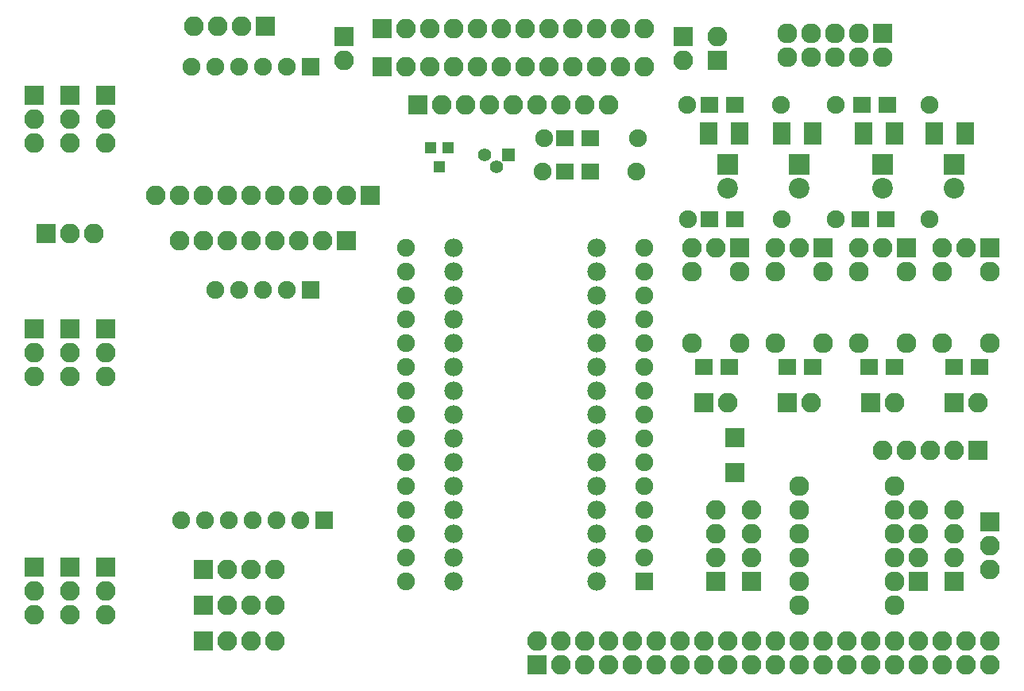
<source format=gbr>
G04 #@! TF.FileFunction,Soldermask,Top*
%FSLAX46Y46*%
G04 Gerber Fmt 4.6, Leading zero omitted, Abs format (unit mm)*
G04 Created by KiCad (PCBNEW 4.0.7+dfsg1-1~bpo8+1) date Thu Sep  6 01:00:45 2018*
%MOMM*%
%LPD*%
G01*
G04 APERTURE LIST*
%ADD10C,0.100000*%
%ADD11C,1.900000*%
%ADD12R,1.900000X1.900000*%
%ADD13R,1.924000X2.432000*%
%ADD14R,2.200000X2.200000*%
%ADD15C,2.200000*%
%ADD16R,2.100000X2.100000*%
%ADD17O,2.100000X2.100000*%
%ADD18R,1.900000X1.700000*%
%ADD19O,1.900000X1.900000*%
%ADD20C,2.127200*%
%ADD21C,1.974800*%
%ADD22R,1.200000X1.300000*%
%ADD23C,1.400000*%
%ADD24R,1.400000X1.400000*%
%ADD25R,2.127200X2.127200*%
G04 APERTURE END LIST*
D10*
D11*
X185420000Y-99060000D03*
D12*
X210820000Y-99060000D03*
D11*
X185420000Y-96520000D03*
X210820000Y-96520000D03*
X185420000Y-93980000D03*
X210820000Y-93980000D03*
X185420000Y-91440000D03*
X210820000Y-91440000D03*
X185420000Y-88900000D03*
X210820000Y-88900000D03*
X185420000Y-86360000D03*
X210820000Y-86360000D03*
X185420000Y-83820000D03*
X210820000Y-83820000D03*
X185420000Y-81280000D03*
X210820000Y-81280000D03*
X185420000Y-78740000D03*
X210820000Y-78740000D03*
X185420000Y-76200000D03*
X210820000Y-76200000D03*
X185420000Y-73660000D03*
X210820000Y-73660000D03*
X185420000Y-71120000D03*
X210820000Y-71120000D03*
X185420000Y-68580000D03*
X210820000Y-68580000D03*
X185420000Y-66040000D03*
X210820000Y-66040000D03*
X185420000Y-63500000D03*
X210820000Y-63500000D03*
D13*
X244983000Y-51308000D03*
X241681000Y-51308000D03*
D14*
X243840000Y-54610000D03*
D15*
X243840000Y-57150000D03*
D13*
X237490000Y-51308000D03*
X234188000Y-51308000D03*
D14*
X236220000Y-54610000D03*
D15*
X236220000Y-57150000D03*
D13*
X228727000Y-51308000D03*
X225425000Y-51308000D03*
D14*
X227330000Y-54610000D03*
D15*
X227330000Y-57150000D03*
D13*
X220980000Y-51308000D03*
X217678000Y-51308000D03*
D14*
X219710000Y-54610000D03*
D15*
X219710000Y-57150000D03*
D16*
X145796000Y-47244000D03*
D17*
X145796000Y-49784000D03*
X145796000Y-52324000D03*
D16*
X145796000Y-72136000D03*
D17*
X145796000Y-74676000D03*
X145796000Y-77216000D03*
D16*
X145796000Y-97536000D03*
D17*
X145796000Y-100076000D03*
X145796000Y-102616000D03*
D16*
X153416000Y-47244000D03*
D17*
X153416000Y-49784000D03*
X153416000Y-52324000D03*
D16*
X153416000Y-72136000D03*
D17*
X153416000Y-74676000D03*
X153416000Y-77216000D03*
D16*
X153416000Y-97536000D03*
D17*
X153416000Y-100076000D03*
X153416000Y-102616000D03*
D16*
X149606000Y-47244000D03*
D17*
X149606000Y-49784000D03*
X149606000Y-52324000D03*
D16*
X149606000Y-72136000D03*
D17*
X149606000Y-74676000D03*
X149606000Y-77216000D03*
D16*
X149606000Y-97536000D03*
D17*
X149606000Y-100076000D03*
X149606000Y-102616000D03*
D16*
X243840000Y-99060000D03*
D17*
X243840000Y-96520000D03*
X243840000Y-93980000D03*
X243840000Y-91440000D03*
D16*
X240030000Y-99060000D03*
D17*
X240030000Y-96520000D03*
X240030000Y-93980000D03*
X240030000Y-91440000D03*
D16*
X247650000Y-92710000D03*
D17*
X247650000Y-95250000D03*
X247650000Y-97790000D03*
D16*
X222250000Y-99060000D03*
D17*
X222250000Y-96520000D03*
X222250000Y-93980000D03*
X222250000Y-91440000D03*
D16*
X218440000Y-99060000D03*
D17*
X218440000Y-96520000D03*
X218440000Y-93980000D03*
X218440000Y-91440000D03*
D16*
X163830000Y-101600000D03*
D17*
X166370000Y-101600000D03*
X168910000Y-101600000D03*
X171450000Y-101600000D03*
D16*
X163830000Y-97790000D03*
D17*
X166370000Y-97790000D03*
X168910000Y-97790000D03*
X171450000Y-97790000D03*
D18*
X236554000Y-60452000D03*
X233854000Y-60452000D03*
D19*
X231220000Y-60452000D03*
X241220000Y-60452000D03*
D18*
X234028000Y-48260000D03*
X236728000Y-48260000D03*
D19*
X241220000Y-48260000D03*
X231220000Y-48260000D03*
D18*
X220472000Y-60452000D03*
X217772000Y-60452000D03*
D19*
X215472000Y-60452000D03*
X225472000Y-60452000D03*
D18*
X217772000Y-48260000D03*
X220472000Y-48260000D03*
D19*
X225392000Y-48260000D03*
X215392000Y-48260000D03*
D16*
X170434000Y-39878000D03*
D17*
X167894000Y-39878000D03*
X165354000Y-39878000D03*
X162814000Y-39878000D03*
D12*
X175260000Y-44196000D03*
D19*
X172720000Y-44196000D03*
X170180000Y-44196000D03*
X167640000Y-44196000D03*
X165100000Y-44196000D03*
X162560000Y-44196000D03*
D16*
X181610000Y-57912000D03*
D17*
X179070000Y-57912000D03*
X176530000Y-57912000D03*
X173990000Y-57912000D03*
X171450000Y-57912000D03*
X168910000Y-57912000D03*
X166370000Y-57912000D03*
X163830000Y-57912000D03*
X161290000Y-57912000D03*
X158750000Y-57912000D03*
D16*
X179070000Y-62738000D03*
D17*
X176530000Y-62738000D03*
X173990000Y-62738000D03*
X171450000Y-62738000D03*
X168910000Y-62738000D03*
X166370000Y-62738000D03*
X163830000Y-62738000D03*
X161290000Y-62738000D03*
D12*
X176657000Y-92514000D03*
X175260000Y-68014000D03*
D11*
X174117000Y-92514000D03*
X172720000Y-68014000D03*
X171577000Y-92514000D03*
X170180000Y-68014000D03*
X169037000Y-92514000D03*
X167640000Y-68014000D03*
X166497000Y-92514000D03*
X165100000Y-68014000D03*
X163957000Y-92514000D03*
X161417000Y-92514000D03*
D20*
X237490000Y-101600000D03*
X237490000Y-99060000D03*
X237490000Y-96520000D03*
X237490000Y-93980000D03*
X237490000Y-91440000D03*
X237490000Y-88900000D03*
X227330000Y-88900000D03*
X227330000Y-91440000D03*
X227330000Y-93980000D03*
X227330000Y-96520000D03*
X227330000Y-99060000D03*
X227330000Y-101600000D03*
D21*
X205740000Y-63500000D03*
X190500000Y-63500000D03*
X205740000Y-66040000D03*
X190500000Y-66040000D03*
X205740000Y-68580000D03*
X190500000Y-68580000D03*
X205740000Y-71120000D03*
X190500000Y-71120000D03*
X205740000Y-73660000D03*
X190500000Y-73660000D03*
X205740000Y-76200000D03*
X190500000Y-76200000D03*
X205740000Y-78740000D03*
X190500000Y-78740000D03*
X205740000Y-81280000D03*
X190500000Y-81280000D03*
X205740000Y-83820000D03*
X190500000Y-83820000D03*
X205740000Y-86360000D03*
X190500000Y-86360000D03*
X205740000Y-88900000D03*
X190500000Y-88900000D03*
X205740000Y-91440000D03*
X190500000Y-91440000D03*
X205740000Y-93980000D03*
X190500000Y-93980000D03*
X205740000Y-96520000D03*
X190500000Y-96520000D03*
X205740000Y-99060000D03*
X190500000Y-99060000D03*
D16*
X246380000Y-85090000D03*
D17*
X243840000Y-85090000D03*
X241300000Y-85090000D03*
X238760000Y-85090000D03*
X236220000Y-85090000D03*
D16*
X243840000Y-80010000D03*
D17*
X246380000Y-80010000D03*
D16*
X234950000Y-80010000D03*
D17*
X237490000Y-80010000D03*
D16*
X226060000Y-80010000D03*
D17*
X228600000Y-80010000D03*
D16*
X217170000Y-80010000D03*
D17*
X219710000Y-80010000D03*
D16*
X147066000Y-61976000D03*
D17*
X149606000Y-61976000D03*
X152146000Y-61976000D03*
D16*
X220500000Y-83750000D03*
X220500000Y-87500000D03*
X182880000Y-40132000D03*
D17*
X185420000Y-40132000D03*
X187960000Y-40132000D03*
X190500000Y-40132000D03*
X193040000Y-40132000D03*
X195580000Y-40132000D03*
X198120000Y-40132000D03*
X200660000Y-40132000D03*
X203200000Y-40132000D03*
X205740000Y-40132000D03*
X208280000Y-40132000D03*
X210820000Y-40132000D03*
D16*
X186690000Y-48260000D03*
D17*
X189230000Y-48260000D03*
X191770000Y-48260000D03*
X194310000Y-48260000D03*
X196850000Y-48260000D03*
X199390000Y-48260000D03*
X201930000Y-48260000D03*
X204470000Y-48260000D03*
X207010000Y-48260000D03*
D16*
X247650000Y-63500000D03*
D17*
X245110000Y-63500000D03*
X242570000Y-63500000D03*
D16*
X238760000Y-63500000D03*
D17*
X236220000Y-63500000D03*
X233680000Y-63500000D03*
D16*
X229844600Y-63500000D03*
D17*
X227304600Y-63500000D03*
X224764600Y-63500000D03*
D16*
X220980000Y-63500000D03*
D17*
X218440000Y-63500000D03*
X215900000Y-63500000D03*
D22*
X189926000Y-52848000D03*
X188026000Y-52848000D03*
X188976000Y-54848000D03*
D23*
X195072000Y-54864000D03*
X193802000Y-53594000D03*
D24*
X196342000Y-53594000D03*
D18*
X246540000Y-76200000D03*
X243840000Y-76200000D03*
X234790000Y-76200000D03*
X237490000Y-76200000D03*
X228760000Y-76200000D03*
X226060000Y-76200000D03*
X219870000Y-76200000D03*
X217170000Y-76200000D03*
X205058000Y-55372000D03*
X202358000Y-55372000D03*
D19*
X199978000Y-55372000D03*
X209978000Y-55372000D03*
D18*
X202358000Y-51816000D03*
X205058000Y-51816000D03*
D19*
X210152000Y-51816000D03*
X200152000Y-51816000D03*
D20*
X247650000Y-66040000D03*
X247650000Y-73660000D03*
X242570000Y-73660000D03*
X242570000Y-66040000D03*
X238760000Y-66040000D03*
X238760000Y-73660000D03*
X233680000Y-73660000D03*
X233680000Y-66040000D03*
X229870000Y-66040000D03*
X229870000Y-73660000D03*
X224790000Y-73660000D03*
X224790000Y-66040000D03*
X220980000Y-66040000D03*
X220980000Y-73660000D03*
X215900000Y-73660000D03*
X215900000Y-66040000D03*
D16*
X199390000Y-107950000D03*
D17*
X199390000Y-105410000D03*
X201930000Y-107950000D03*
X201930000Y-105410000D03*
X204470000Y-107950000D03*
X204470000Y-105410000D03*
X207010000Y-107950000D03*
X207010000Y-105410000D03*
X209550000Y-107950000D03*
X209550000Y-105410000D03*
X212090000Y-107950000D03*
X212090000Y-105410000D03*
X214630000Y-107950000D03*
X214630000Y-105410000D03*
X217170000Y-107950000D03*
X217170000Y-105410000D03*
X219710000Y-107950000D03*
X219710000Y-105410000D03*
X222250000Y-107950000D03*
X222250000Y-105410000D03*
X224790000Y-107950000D03*
X224790000Y-105410000D03*
X227330000Y-107950000D03*
X227330000Y-105410000D03*
X229870000Y-107950000D03*
X229870000Y-105410000D03*
X232410000Y-107950000D03*
X232410000Y-105410000D03*
X234950000Y-107950000D03*
X234950000Y-105410000D03*
X237490000Y-107950000D03*
X237490000Y-105410000D03*
X240030000Y-107950000D03*
X240030000Y-105410000D03*
X242570000Y-107950000D03*
X242570000Y-105410000D03*
X245110000Y-107950000D03*
X245110000Y-105410000D03*
X247650000Y-107950000D03*
X247650000Y-105410000D03*
D16*
X182880000Y-44196000D03*
D17*
X185420000Y-44196000D03*
X187960000Y-44196000D03*
X190500000Y-44196000D03*
X193040000Y-44196000D03*
X195580000Y-44196000D03*
X198120000Y-44196000D03*
X200660000Y-44196000D03*
X203200000Y-44196000D03*
X205740000Y-44196000D03*
X208280000Y-44196000D03*
X210820000Y-44196000D03*
D16*
X163830000Y-105410000D03*
D17*
X166370000Y-105410000D03*
X168910000Y-105410000D03*
X171450000Y-105410000D03*
D16*
X178816000Y-40995600D03*
D17*
X178816000Y-43535600D03*
D16*
X214922100Y-40982900D03*
D17*
X214922100Y-43522900D03*
D16*
X218592400Y-43522900D03*
D17*
X218592400Y-40982900D03*
D25*
X236220000Y-40640000D03*
D20*
X236220000Y-43180000D03*
X233680000Y-40640000D03*
X233680000Y-43180000D03*
X231140000Y-40640000D03*
X231140000Y-43180000D03*
X228600000Y-40640000D03*
X228600000Y-43180000D03*
X226060000Y-40640000D03*
X226060000Y-43180000D03*
M02*

</source>
